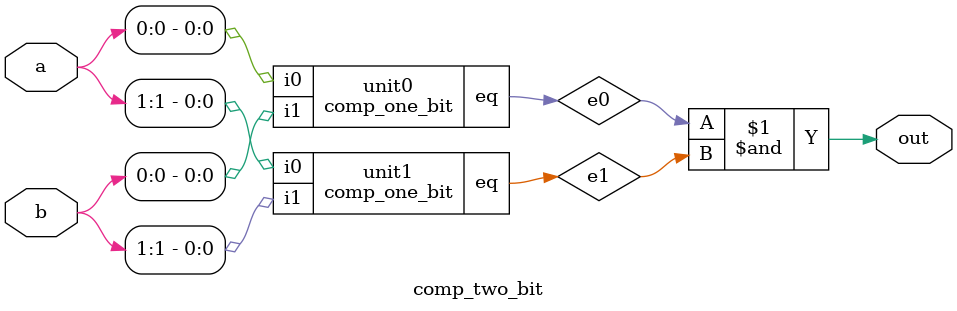
<source format=sv>
`timescale 1ns / 1ps


module comparator_top(
    input logic [3:0] SW,
    input logic clk,
    output logic LED
    );
    
    logic p0;
    logic p1;
    always_ff @(posedge clk)
    begin
        p0 <= p1;
    end
    
    comp_two_bit uut(.a(SW[3:2]), .b(SW[1:0]), .out(LED));
    
endmodule

module comp_one_bit
(
    input logic i0, i1,
    output logic eq
);

    logic p0, p1;
    
    assign p0 = ~i0 & ~i1;
    assign p1 = i0 & i1;
    
    assign eq = p0|p1;
endmodule
 
module comp_two_bit
(
    input logic[1:0] a, b,
    output logic out
);
    logic e0, e1;
    comp_one_bit unit0(.i0(a[0]), .i1(b[0]), .eq(e0));
    comp_one_bit unit1(.i0(a[1]), .i1(b[1]), .eq(e1));
    
    assign out = e0 & e1;
    
endmodule 
</source>
